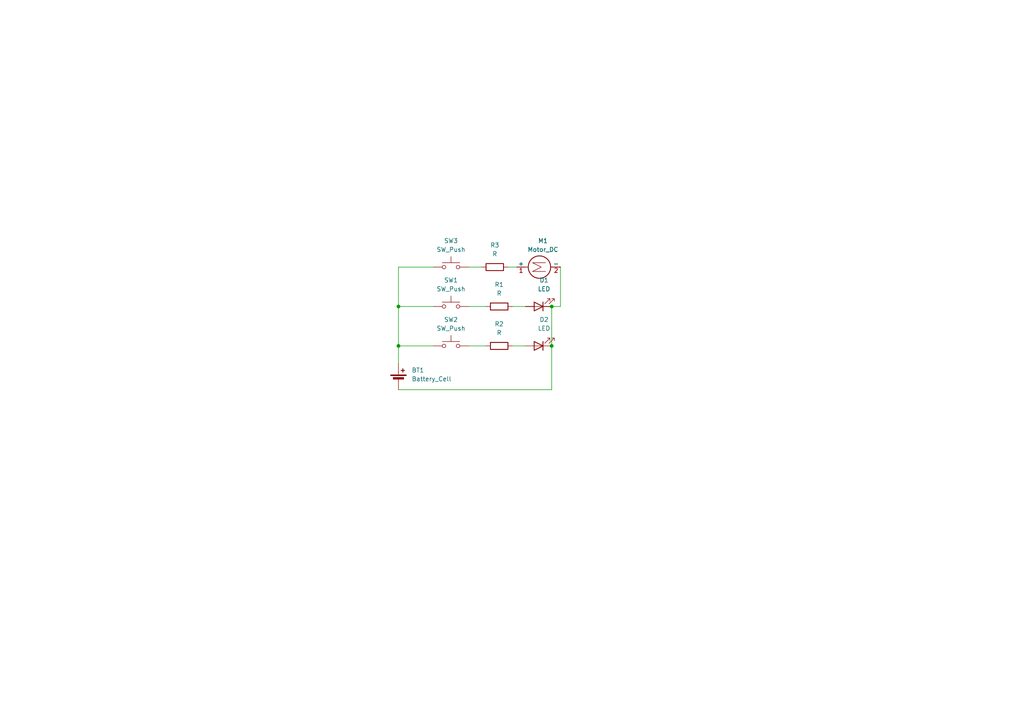
<source format=kicad_sch>
(kicad_sch (version 20250114) (generator "eeschema") (generator_version "9.0")
  (paper "A4")
  (lib_symbols
    (symbol "Device:Battery_Cell" (pin_numbers (hide yes)) (pin_names (offset 0) (hide yes))
      (property "Reference" "BT" (at 2.54 2.54 0))
      (property "Value" "Battery_Cell" (at 2.54 0 0))
      (symbol "Battery_Cell_0_1"
        (rectangle (start -2.286 1.778) (end 2.286 1.524) (fill (type outline)))
        (rectangle (start -1.524 1.016) (end 1.524 0.508) (fill (type outline)))
        (polyline (pts (xy 0 1.778) (xy 0 2.54)))
        (polyline (pts (xy 0 0.762) (xy 0 0)))
        (polyline (pts (xy 0.762 3.048) (xy 1.778 3.048)) (stroke (width 0.254)))
        (polyline (pts (xy 1.27 3.556) (xy 1.27 2.54)) (stroke (width 0.254)))
      )
      (symbol "Battery_Cell_1_1"
        (pin passive line (at 0 5.08 270) (length 2.54) (name "+") (number "1"))
        (pin passive line (at 0 -2.54 90) (length 2.54) (name "-") (number "2"))
      )
    )
    (symbol "Device:LED" (pin_numbers (hide yes)) (pin_names (offset 1.016) (hide yes))
      (property "Reference" "D" (at 0 2.54 0))
      (property "Value" "LED" (at 0 -2.54 0))
      (symbol "LED_0_1"
        (polyline (pts (xy -3.048 -0.762) (xy -4.572 -2.286) (xy -3.81 -2.286) (xy -4.572 -2.286) (xy -4.572 -1.524)))
        (polyline (pts (xy -1.778 -0.762) (xy -3.302 -2.286) (xy -2.54 -2.286) (xy -3.302 -2.286) (xy -3.302 -1.524)))
        (polyline (pts (xy -1.27 0) (xy 1.27 0)))
        (polyline (pts (xy -1.27 -1.27) (xy -1.27 1.27)) (stroke (width 0.254)))
        (polyline (pts (xy 1.27 -1.27) (xy 1.27 1.27) (xy -1.27 0) (xy 1.27 -1.27)) (stroke (width 0.254)))
      )
      (symbol "LED_1_1"
        (pin passive line (at -3.81 0 0) (length 2.54) (name "K") (number "1"))
        (pin passive line (at 3.81 0 180) (length 2.54) (name "A") (number "2"))
      )
    )
    (symbol "Device:R" (pin_numbers (hide yes)) (pin_names (offset 0))
      (property "Reference" "R" (at 2.032 0 90))
      (property "Value" "R" (at 0 0 90))
      (symbol "R_0_1"
        (rectangle (start -1.016 -2.54) (end 1.016 2.54) (stroke (width 0.254)))
      )
      (symbol "R_1_1"
        (pin passive line (at 0 3.81 270) (length 1.27) (name "~") (number "1"))
        (pin passive line (at 0 -3.81 90) (length 1.27) (name "~") (number "2"))
      )
    )
    (symbol "Motor:Motor_DC" (pin_names (offset 0))
      (property "Reference" "M" (at 2.54 2.54 0))
      (property "Value" "Motor_DC" (at 2.54 -5.08 0))
      (symbol "Motor_DC_0_0"
        (polyline (pts (xy -1.27 -3.302) (xy -1.27 0.508) (xy 0 -2.032) (xy 1.27 0.508) (xy 1.27 -3.302)))
      )
      (symbol "Motor_DC_0_1"
        (polyline (pts (xy 0 2.032) (xy 0 2.54)))
        (polyline (pts (xy 0 1.7272) (xy 0 2.0828)))
        (circle (center 0 -1.524) (radius 3.2512) (stroke (width 0.254)))
        (polyline (pts (xy 0 -4.7752) (xy 0 -5.1816)))
        (polyline (pts (xy 0 -7.62) (xy 0 -7.112)))
      )
      (symbol "Motor_DC_1_1"
        (pin passive line (at 0 5.08 270) (length 2.54) (name "+") (number "1"))
        (pin passive line (at 0 -7.62 90) (length 2.54) (name "-") (number "2"))
      )
    )
    (symbol "Switch:SW_Push" (pin_numbers (hide yes)) (pin_names (offset 1.016) (hide yes))
      (property "Reference" "SW" (at 1.27 2.54 0))
      (property "Value" "SW_Push" (at 0 -1.524 0))
      (symbol "SW_Push_0_1"
        (circle (center -2.032 0) (radius 0.508))
        (polyline (pts (xy 0 1.27) (xy 0 3.048)))
        (circle (center 2.032 0) (radius 0.508))
        (polyline (pts (xy 2.54 1.27) (xy -2.54 1.27)))
        (pin passive line (at -5.08 0 0) (length 2.54) (name "1") (number "1"))
        (pin passive line (at 5.08 0 180) (length 2.54) (name "2") (number "2"))
      )
    )
  )
  (junction (at 160.02 100.33))
  (junction (at 160.02 88.9))
  (junction (at 115.57 88.9))
  (junction (at 115.57 100.33))
  (wire (pts (xy 135.89 88.9) (xy 140.97 88.9)))
  (wire (pts (xy 147.32 77.47) (xy 149.86 77.47)))
  (wire (pts (xy 135.89 100.33) (xy 140.97 100.33)))
  (wire (pts (xy 162.56 77.47) (xy 162.56 88.9)))
  (wire (pts (xy 148.59 100.33) (xy 152.4 100.33)))
  (wire (pts (xy 115.57 88.9) (xy 115.57 77.47)))
  (wire (pts (xy 160.02 88.9) (xy 160.02 100.33)))
  (wire (pts (xy 135.89 77.47) (xy 139.7 77.47)))
  (wire (pts (xy 148.59 88.9) (xy 152.4 88.9)))
  (wire (pts (xy 115.57 88.9) (xy 125.73 88.9)))
  (wire (pts (xy 115.57 100.33) (xy 125.73 100.33)))
  (wire (pts (xy 115.57 88.9) (xy 115.57 100.33)))
  (wire (pts (xy 162.56 88.9) (xy 160.02 88.9)))
  (wire (pts (xy 115.57 77.47) (xy 125.73 77.47)))
  (wire (pts (xy 160.02 100.33) (xy 160.02 113.03)))
  (wire (pts (xy 115.57 100.33) (xy 115.57 105.41)))
  (wire (pts (xy 115.57 113.03) (xy 160.02 113.03)))
  (symbol (lib_id "Device:LED") (at 156.21 100.33 180) (unit 1)
    (property "Reference" "D2" (at 157.7975 92.71 0))
    (property "Value" "LED" (at 157.7975 95.25 0))
    (property "Footprint" "LED_THT:LED_D5.0mm" (effects (hide yes)))
    (property "Description" "Light emitting diode" (effects (hide yes)))
    (property "Sim.Pins" "1=K 2=A" (effects (hide yes)))
  )
  (symbol (lib_id "Switch:SW_Push") (at 130.81 77.47 0) (unit 1)
    (property "Reference" "SW3" (at 130.81 69.85 0))
    (property "Value" "SW_Push" (at 130.81 72.39 0))
    (property "Footprint" "Button_Switch_THT:SW_PUSH_6mm" (effects (hide yes)))
    (property "Description" "Push button switch, generic, two pins" (effects (hide yes)))
  )
  (symbol (lib_id "Device:LED") (at 156.21 88.9 180) (unit 1)
    (property "Reference" "D1" (at 157.7975 81.28 0))
    (property "Value" "LED" (at 157.7975 83.82 0))
    (property "Footprint" "LED_THT:LED_D5.0mm" (effects (hide yes)))
    (property "Description" "Light emitting diode" (effects (hide yes)))
    (property "Sim.Pins" "1=K 2=A" (effects (hide yes)))
  )
  (symbol (lib_id "Motor:Motor_DC") (at 154.94 77.47 90) (unit 1)
    (property "Reference" "M1" (at 157.48 69.85 90))
    (property "Value" "Motor_DC" (at 157.48 72.39 90))
    (property "Footprint" "Connector_PinHeader_2.54mm:PinHeader_1x02_P2.54mm_Vertical" (effects (hide yes)))
    (property "Description" "DC Motor" (effects (hide yes)))
  )
  (symbol (lib_id "Switch:SW_Push") (at 130.81 88.9 0) (unit 1)
    (property "Reference" "SW1" (at 130.81 81.28 0))
    (property "Value" "SW_Push" (at 130.81 83.82 0))
    (property "Footprint" "Button_Switch_THT:SW_PUSH_6mm" (effects (hide yes)))
    (property "Description" "Push button switch, generic, two pins" (effects (hide yes)))
  )
  (symbol (lib_id "Device:Battery_Cell") (at 115.57 110.49 0) (unit 1)
    (property "Reference" "BT1" (at 119.38 107.3784 0) (effects (justify left)))
    (property "Value" "Battery_Cell" (at 119.38 109.9184 0) (effects (justify left)))
    (property "Footprint" "Battery:BatteryHolder_Keystone_3034_1x20mm" (effects (hide yes)))
    (property "Description" "Single-cell battery" (effects (hide yes)))
  )
  (symbol (lib_id "Device:R") (at 143.51 77.47 90) (unit 1)
    (property "Reference" "R3" (at 143.51 71.12 90))
    (property "Value" "R" (at 143.51 73.66 90))
    (property "Footprint" "Resistor_THT:R_Axial_DIN0207_L6.3mm_D2.5mm_P7.62mm_Horizontal" (effects (hide yes)))
    (property "Description" "Resistor" (effects (hide yes)))
  )
  (symbol (lib_id "Device:R") (at 144.78 100.33 90) (unit 1)
    (property "Reference" "R2" (at 144.78 93.98 90))
    (property "Value" "R" (at 144.78 96.52 90))
    (property "Footprint" "Resistor_THT:R_Axial_DIN0207_L6.3mm_D2.5mm_P7.62mm_Horizontal" (effects (hide yes)))
    (property "Description" "Resistor" (effects (hide yes)))
  )
  (symbol (lib_id "Device:R") (at 144.78 88.9 90) (unit 1)
    (property "Reference" "R1" (at 144.78 82.55 90))
    (property "Value" "R" (at 144.78 85.09 90))
    (property "Footprint" "Resistor_THT:R_Axial_DIN0207_L6.3mm_D2.5mm_P7.62mm_Horizontal" (effects (hide yes)))
    (property "Description" "Resistor" (effects (hide yes)))
  )
  (symbol (lib_id "Switch:SW_Push") (at 130.81 100.33 0) (unit 1)
    (property "Reference" "SW2" (at 130.81 92.71 0))
    (property "Value" "SW_Push" (at 130.81 95.25 0))
    (property "Footprint" "Button_Switch_THT:SW_PUSH_6mm" (effects (hide yes)))
    (property "Description" "Push button switch, generic, two pins" (effects (hide yes)))
  )
)
</source>
